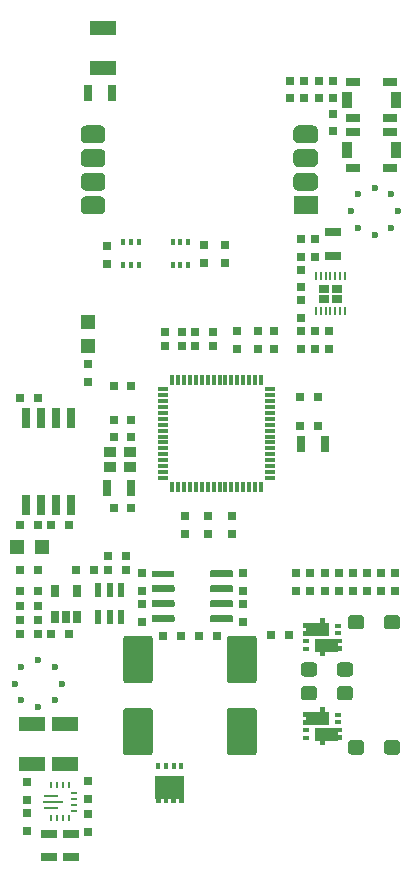
<source format=gbr>
G04 #@! TF.GenerationSoftware,KiCad,Pcbnew,(5.1.2)-1*
G04 #@! TF.CreationDate,2019-07-28T17:54:04+02:00*
G04 #@! TF.ProjectId,qqv11,71717631-312e-46b6-9963-61645f706362,rev?*
G04 #@! TF.SameCoordinates,Original*
G04 #@! TF.FileFunction,Paste,Top*
G04 #@! TF.FilePolarity,Positive*
%FSLAX46Y46*%
G04 Gerber Fmt 4.6, Leading zero omitted, Abs format (unit mm)*
G04 Created by KiCad (PCBNEW (5.1.2)-1) date 2019-07-28 17:54:04*
%MOMM*%
%LPD*%
G04 APERTURE LIST*
%ADD10R,0.900000X0.300000*%
%ADD11R,0.300000X0.900000*%
%ADD12R,2.100000X1.524000*%
%ADD13C,0.100000*%
%ADD14C,1.524000*%
%ADD15R,0.800000X0.700000*%
%ADD16C,0.600000*%
%ADD17R,0.800000X1.400000*%
%ADD18R,1.400000X0.800000*%
%ADD19R,0.700000X0.800000*%
%ADD20R,2.300000X1.200000*%
%ADD21C,2.500000*%
%ADD22C,1.220000*%
%ADD23R,0.600000X1.200000*%
%ADD24R,1.200000X1.200000*%
%ADD25C,1.105000*%
%ADD26R,0.580000X0.400000*%
%ADD27C,0.350000*%
%ADD28C,1.930000*%
%ADD29R,0.950000X1.400000*%
%ADD30R,1.150000X0.750000*%
%ADD31R,0.250000X0.700000*%
%ADD32R,0.970000X0.700000*%
%ADD33R,0.420000X0.600000*%
%ADD34R,0.650000X1.700000*%
%ADD35R,1.000000X0.900000*%
%ADD36O,0.600000X0.250000*%
%ADD37O,0.250000X0.600000*%
%ADD38O,1.350000X0.250000*%
%ADD39O,1.700000X0.250000*%
%ADD40R,1.950000X0.600000*%
%ADD41R,0.650000X1.060000*%
G04 APERTURE END LIST*
D10*
X116357143Y-88078572D03*
X116357143Y-88578572D03*
X116357143Y-89078572D03*
X116357143Y-89578572D03*
X116357143Y-90078572D03*
X116357143Y-90578572D03*
X116357143Y-91078572D03*
X116357143Y-91578572D03*
X116357143Y-92078572D03*
X116357143Y-92578572D03*
X116357143Y-93078572D03*
X116357143Y-93578572D03*
X116357143Y-94078572D03*
X116357143Y-94578572D03*
X116357143Y-95078572D03*
X116357143Y-95578572D03*
D11*
X115607143Y-96328572D03*
X115107143Y-96328572D03*
X114607143Y-96328572D03*
X114107143Y-96328572D03*
X113607143Y-96328572D03*
X113107143Y-96328572D03*
X112607143Y-96328572D03*
X112107143Y-96328572D03*
X111607143Y-96328572D03*
X111107143Y-96328572D03*
X110607143Y-96328572D03*
X110107143Y-96328572D03*
X109607143Y-96328572D03*
X109107143Y-96328572D03*
X108607143Y-96328572D03*
X108107143Y-96328572D03*
D10*
X107357143Y-95578572D03*
X107357143Y-95078572D03*
X107357143Y-94578572D03*
X107357143Y-94078572D03*
X107357143Y-93578572D03*
X107357143Y-93078572D03*
X107357143Y-92578572D03*
X107357143Y-92078572D03*
X107357143Y-91578572D03*
X107357143Y-91078572D03*
X107357143Y-90578572D03*
X107357143Y-90078572D03*
X107357143Y-89578572D03*
X107357143Y-89078572D03*
X107357143Y-88578572D03*
X107357143Y-88078572D03*
D11*
X108107143Y-87328572D03*
X108607143Y-87328572D03*
X109107143Y-87328572D03*
X109607143Y-87328572D03*
X110107143Y-87328572D03*
X110607143Y-87328572D03*
X111107143Y-87328572D03*
X111607143Y-87328572D03*
X112107143Y-87328572D03*
X112607143Y-87328572D03*
X113107143Y-87328572D03*
X113607143Y-87328572D03*
X114107143Y-87328572D03*
X114607143Y-87328572D03*
X115107143Y-87328572D03*
X115607143Y-87328572D03*
D12*
X119400000Y-72500000D03*
D13*
G36*
X120037613Y-69740202D02*
G01*
X120081995Y-69746785D01*
X120125518Y-69757687D01*
X120167763Y-69772802D01*
X120208323Y-69791986D01*
X120246807Y-69815052D01*
X120282845Y-69841780D01*
X120316089Y-69871911D01*
X120346220Y-69905155D01*
X120372948Y-69941193D01*
X120396014Y-69979677D01*
X120415198Y-70020237D01*
X120430313Y-70062482D01*
X120441215Y-70106005D01*
X120447798Y-70150387D01*
X120450000Y-70195200D01*
X120450000Y-70804800D01*
X120447798Y-70849613D01*
X120441215Y-70893995D01*
X120430313Y-70937518D01*
X120415198Y-70979763D01*
X120396014Y-71020323D01*
X120372948Y-71058807D01*
X120346220Y-71094845D01*
X120316089Y-71128089D01*
X120282845Y-71158220D01*
X120246807Y-71184948D01*
X120208323Y-71208014D01*
X120167763Y-71227198D01*
X120125518Y-71242313D01*
X120081995Y-71253215D01*
X120037613Y-71259798D01*
X119992800Y-71262000D01*
X118807200Y-71262000D01*
X118762387Y-71259798D01*
X118718005Y-71253215D01*
X118674482Y-71242313D01*
X118632237Y-71227198D01*
X118591677Y-71208014D01*
X118553193Y-71184948D01*
X118517155Y-71158220D01*
X118483911Y-71128089D01*
X118453780Y-71094845D01*
X118427052Y-71058807D01*
X118403986Y-71020323D01*
X118384802Y-70979763D01*
X118369687Y-70937518D01*
X118358785Y-70893995D01*
X118352202Y-70849613D01*
X118350000Y-70804800D01*
X118350000Y-70195200D01*
X118352202Y-70150387D01*
X118358785Y-70106005D01*
X118369687Y-70062482D01*
X118384802Y-70020237D01*
X118403986Y-69979677D01*
X118427052Y-69941193D01*
X118453780Y-69905155D01*
X118483911Y-69871911D01*
X118517155Y-69841780D01*
X118553193Y-69815052D01*
X118591677Y-69791986D01*
X118632237Y-69772802D01*
X118674482Y-69757687D01*
X118718005Y-69746785D01*
X118762387Y-69740202D01*
X118807200Y-69738000D01*
X119992800Y-69738000D01*
X120037613Y-69740202D01*
X120037613Y-69740202D01*
G37*
D14*
X119400000Y-70500000D03*
D13*
G36*
X120037613Y-67740202D02*
G01*
X120081995Y-67746785D01*
X120125518Y-67757687D01*
X120167763Y-67772802D01*
X120208323Y-67791986D01*
X120246807Y-67815052D01*
X120282845Y-67841780D01*
X120316089Y-67871911D01*
X120346220Y-67905155D01*
X120372948Y-67941193D01*
X120396014Y-67979677D01*
X120415198Y-68020237D01*
X120430313Y-68062482D01*
X120441215Y-68106005D01*
X120447798Y-68150387D01*
X120450000Y-68195200D01*
X120450000Y-68804800D01*
X120447798Y-68849613D01*
X120441215Y-68893995D01*
X120430313Y-68937518D01*
X120415198Y-68979763D01*
X120396014Y-69020323D01*
X120372948Y-69058807D01*
X120346220Y-69094845D01*
X120316089Y-69128089D01*
X120282845Y-69158220D01*
X120246807Y-69184948D01*
X120208323Y-69208014D01*
X120167763Y-69227198D01*
X120125518Y-69242313D01*
X120081995Y-69253215D01*
X120037613Y-69259798D01*
X119992800Y-69262000D01*
X118807200Y-69262000D01*
X118762387Y-69259798D01*
X118718005Y-69253215D01*
X118674482Y-69242313D01*
X118632237Y-69227198D01*
X118591677Y-69208014D01*
X118553193Y-69184948D01*
X118517155Y-69158220D01*
X118483911Y-69128089D01*
X118453780Y-69094845D01*
X118427052Y-69058807D01*
X118403986Y-69020323D01*
X118384802Y-68979763D01*
X118369687Y-68937518D01*
X118358785Y-68893995D01*
X118352202Y-68849613D01*
X118350000Y-68804800D01*
X118350000Y-68195200D01*
X118352202Y-68150387D01*
X118358785Y-68106005D01*
X118369687Y-68062482D01*
X118384802Y-68020237D01*
X118403986Y-67979677D01*
X118427052Y-67941193D01*
X118453780Y-67905155D01*
X118483911Y-67871911D01*
X118517155Y-67841780D01*
X118553193Y-67815052D01*
X118591677Y-67791986D01*
X118632237Y-67772802D01*
X118674482Y-67757687D01*
X118718005Y-67746785D01*
X118762387Y-67740202D01*
X118807200Y-67738000D01*
X119992800Y-67738000D01*
X120037613Y-67740202D01*
X120037613Y-67740202D01*
G37*
D14*
X119400000Y-68500000D03*
D13*
G36*
X120037613Y-65740202D02*
G01*
X120081995Y-65746785D01*
X120125518Y-65757687D01*
X120167763Y-65772802D01*
X120208323Y-65791986D01*
X120246807Y-65815052D01*
X120282845Y-65841780D01*
X120316089Y-65871911D01*
X120346220Y-65905155D01*
X120372948Y-65941193D01*
X120396014Y-65979677D01*
X120415198Y-66020237D01*
X120430313Y-66062482D01*
X120441215Y-66106005D01*
X120447798Y-66150387D01*
X120450000Y-66195200D01*
X120450000Y-66804800D01*
X120447798Y-66849613D01*
X120441215Y-66893995D01*
X120430313Y-66937518D01*
X120415198Y-66979763D01*
X120396014Y-67020323D01*
X120372948Y-67058807D01*
X120346220Y-67094845D01*
X120316089Y-67128089D01*
X120282845Y-67158220D01*
X120246807Y-67184948D01*
X120208323Y-67208014D01*
X120167763Y-67227198D01*
X120125518Y-67242313D01*
X120081995Y-67253215D01*
X120037613Y-67259798D01*
X119992800Y-67262000D01*
X118807200Y-67262000D01*
X118762387Y-67259798D01*
X118718005Y-67253215D01*
X118674482Y-67242313D01*
X118632237Y-67227198D01*
X118591677Y-67208014D01*
X118553193Y-67184948D01*
X118517155Y-67158220D01*
X118483911Y-67128089D01*
X118453780Y-67094845D01*
X118427052Y-67058807D01*
X118403986Y-67020323D01*
X118384802Y-66979763D01*
X118369687Y-66937518D01*
X118358785Y-66893995D01*
X118352202Y-66849613D01*
X118350000Y-66804800D01*
X118350000Y-66195200D01*
X118352202Y-66150387D01*
X118358785Y-66106005D01*
X118369687Y-66062482D01*
X118384802Y-66020237D01*
X118403986Y-65979677D01*
X118427052Y-65941193D01*
X118453780Y-65905155D01*
X118483911Y-65871911D01*
X118517155Y-65841780D01*
X118553193Y-65815052D01*
X118591677Y-65791986D01*
X118632237Y-65772802D01*
X118674482Y-65757687D01*
X118718005Y-65746785D01*
X118762387Y-65740202D01*
X118807200Y-65738000D01*
X119992800Y-65738000D01*
X120037613Y-65740202D01*
X120037613Y-65740202D01*
G37*
D14*
X119400000Y-66500000D03*
D13*
G36*
X102037613Y-65740202D02*
G01*
X102081995Y-65746785D01*
X102125518Y-65757687D01*
X102167763Y-65772802D01*
X102208323Y-65791986D01*
X102246807Y-65815052D01*
X102282845Y-65841780D01*
X102316089Y-65871911D01*
X102346220Y-65905155D01*
X102372948Y-65941193D01*
X102396014Y-65979677D01*
X102415198Y-66020237D01*
X102430313Y-66062482D01*
X102441215Y-66106005D01*
X102447798Y-66150387D01*
X102450000Y-66195200D01*
X102450000Y-66804800D01*
X102447798Y-66849613D01*
X102441215Y-66893995D01*
X102430313Y-66937518D01*
X102415198Y-66979763D01*
X102396014Y-67020323D01*
X102372948Y-67058807D01*
X102346220Y-67094845D01*
X102316089Y-67128089D01*
X102282845Y-67158220D01*
X102246807Y-67184948D01*
X102208323Y-67208014D01*
X102167763Y-67227198D01*
X102125518Y-67242313D01*
X102081995Y-67253215D01*
X102037613Y-67259798D01*
X101992800Y-67262000D01*
X100807200Y-67262000D01*
X100762387Y-67259798D01*
X100718005Y-67253215D01*
X100674482Y-67242313D01*
X100632237Y-67227198D01*
X100591677Y-67208014D01*
X100553193Y-67184948D01*
X100517155Y-67158220D01*
X100483911Y-67128089D01*
X100453780Y-67094845D01*
X100427052Y-67058807D01*
X100403986Y-67020323D01*
X100384802Y-66979763D01*
X100369687Y-66937518D01*
X100358785Y-66893995D01*
X100352202Y-66849613D01*
X100350000Y-66804800D01*
X100350000Y-66195200D01*
X100352202Y-66150387D01*
X100358785Y-66106005D01*
X100369687Y-66062482D01*
X100384802Y-66020237D01*
X100403986Y-65979677D01*
X100427052Y-65941193D01*
X100453780Y-65905155D01*
X100483911Y-65871911D01*
X100517155Y-65841780D01*
X100553193Y-65815052D01*
X100591677Y-65791986D01*
X100632237Y-65772802D01*
X100674482Y-65757687D01*
X100718005Y-65746785D01*
X100762387Y-65740202D01*
X100807200Y-65738000D01*
X101992800Y-65738000D01*
X102037613Y-65740202D01*
X102037613Y-65740202D01*
G37*
D14*
X101400000Y-66500000D03*
D13*
G36*
X102037613Y-67740202D02*
G01*
X102081995Y-67746785D01*
X102125518Y-67757687D01*
X102167763Y-67772802D01*
X102208323Y-67791986D01*
X102246807Y-67815052D01*
X102282845Y-67841780D01*
X102316089Y-67871911D01*
X102346220Y-67905155D01*
X102372948Y-67941193D01*
X102396014Y-67979677D01*
X102415198Y-68020237D01*
X102430313Y-68062482D01*
X102441215Y-68106005D01*
X102447798Y-68150387D01*
X102450000Y-68195200D01*
X102450000Y-68804800D01*
X102447798Y-68849613D01*
X102441215Y-68893995D01*
X102430313Y-68937518D01*
X102415198Y-68979763D01*
X102396014Y-69020323D01*
X102372948Y-69058807D01*
X102346220Y-69094845D01*
X102316089Y-69128089D01*
X102282845Y-69158220D01*
X102246807Y-69184948D01*
X102208323Y-69208014D01*
X102167763Y-69227198D01*
X102125518Y-69242313D01*
X102081995Y-69253215D01*
X102037613Y-69259798D01*
X101992800Y-69262000D01*
X100807200Y-69262000D01*
X100762387Y-69259798D01*
X100718005Y-69253215D01*
X100674482Y-69242313D01*
X100632237Y-69227198D01*
X100591677Y-69208014D01*
X100553193Y-69184948D01*
X100517155Y-69158220D01*
X100483911Y-69128089D01*
X100453780Y-69094845D01*
X100427052Y-69058807D01*
X100403986Y-69020323D01*
X100384802Y-68979763D01*
X100369687Y-68937518D01*
X100358785Y-68893995D01*
X100352202Y-68849613D01*
X100350000Y-68804800D01*
X100350000Y-68195200D01*
X100352202Y-68150387D01*
X100358785Y-68106005D01*
X100369687Y-68062482D01*
X100384802Y-68020237D01*
X100403986Y-67979677D01*
X100427052Y-67941193D01*
X100453780Y-67905155D01*
X100483911Y-67871911D01*
X100517155Y-67841780D01*
X100553193Y-67815052D01*
X100591677Y-67791986D01*
X100632237Y-67772802D01*
X100674482Y-67757687D01*
X100718005Y-67746785D01*
X100762387Y-67740202D01*
X100807200Y-67738000D01*
X101992800Y-67738000D01*
X102037613Y-67740202D01*
X102037613Y-67740202D01*
G37*
D14*
X101400000Y-68500000D03*
D13*
G36*
X102037613Y-69740202D02*
G01*
X102081995Y-69746785D01*
X102125518Y-69757687D01*
X102167763Y-69772802D01*
X102208323Y-69791986D01*
X102246807Y-69815052D01*
X102282845Y-69841780D01*
X102316089Y-69871911D01*
X102346220Y-69905155D01*
X102372948Y-69941193D01*
X102396014Y-69979677D01*
X102415198Y-70020237D01*
X102430313Y-70062482D01*
X102441215Y-70106005D01*
X102447798Y-70150387D01*
X102450000Y-70195200D01*
X102450000Y-70804800D01*
X102447798Y-70849613D01*
X102441215Y-70893995D01*
X102430313Y-70937518D01*
X102415198Y-70979763D01*
X102396014Y-71020323D01*
X102372948Y-71058807D01*
X102346220Y-71094845D01*
X102316089Y-71128089D01*
X102282845Y-71158220D01*
X102246807Y-71184948D01*
X102208323Y-71208014D01*
X102167763Y-71227198D01*
X102125518Y-71242313D01*
X102081995Y-71253215D01*
X102037613Y-71259798D01*
X101992800Y-71262000D01*
X100807200Y-71262000D01*
X100762387Y-71259798D01*
X100718005Y-71253215D01*
X100674482Y-71242313D01*
X100632237Y-71227198D01*
X100591677Y-71208014D01*
X100553193Y-71184948D01*
X100517155Y-71158220D01*
X100483911Y-71128089D01*
X100453780Y-71094845D01*
X100427052Y-71058807D01*
X100403986Y-71020323D01*
X100384802Y-70979763D01*
X100369687Y-70937518D01*
X100358785Y-70893995D01*
X100352202Y-70849613D01*
X100350000Y-70804800D01*
X100350000Y-70195200D01*
X100352202Y-70150387D01*
X100358785Y-70106005D01*
X100369687Y-70062482D01*
X100384802Y-70020237D01*
X100403986Y-69979677D01*
X100427052Y-69941193D01*
X100453780Y-69905155D01*
X100483911Y-69871911D01*
X100517155Y-69841780D01*
X100553193Y-69815052D01*
X100591677Y-69791986D01*
X100632237Y-69772802D01*
X100674482Y-69757687D01*
X100718005Y-69746785D01*
X100762387Y-69740202D01*
X100807200Y-69738000D01*
X101992800Y-69738000D01*
X102037613Y-69740202D01*
X102037613Y-69740202D01*
G37*
D14*
X101400000Y-70500000D03*
D13*
G36*
X102037613Y-71740202D02*
G01*
X102081995Y-71746785D01*
X102125518Y-71757687D01*
X102167763Y-71772802D01*
X102208323Y-71791986D01*
X102246807Y-71815052D01*
X102282845Y-71841780D01*
X102316089Y-71871911D01*
X102346220Y-71905155D01*
X102372948Y-71941193D01*
X102396014Y-71979677D01*
X102415198Y-72020237D01*
X102430313Y-72062482D01*
X102441215Y-72106005D01*
X102447798Y-72150387D01*
X102450000Y-72195200D01*
X102450000Y-72804800D01*
X102447798Y-72849613D01*
X102441215Y-72893995D01*
X102430313Y-72937518D01*
X102415198Y-72979763D01*
X102396014Y-73020323D01*
X102372948Y-73058807D01*
X102346220Y-73094845D01*
X102316089Y-73128089D01*
X102282845Y-73158220D01*
X102246807Y-73184948D01*
X102208323Y-73208014D01*
X102167763Y-73227198D01*
X102125518Y-73242313D01*
X102081995Y-73253215D01*
X102037613Y-73259798D01*
X101992800Y-73262000D01*
X100807200Y-73262000D01*
X100762387Y-73259798D01*
X100718005Y-73253215D01*
X100674482Y-73242313D01*
X100632237Y-73227198D01*
X100591677Y-73208014D01*
X100553193Y-73184948D01*
X100517155Y-73158220D01*
X100483911Y-73128089D01*
X100453780Y-73094845D01*
X100427052Y-73058807D01*
X100403986Y-73020323D01*
X100384802Y-72979763D01*
X100369687Y-72937518D01*
X100358785Y-72893995D01*
X100352202Y-72849613D01*
X100350000Y-72804800D01*
X100350000Y-72195200D01*
X100352202Y-72150387D01*
X100358785Y-72106005D01*
X100369687Y-72062482D01*
X100384802Y-72020237D01*
X100403986Y-71979677D01*
X100427052Y-71941193D01*
X100453780Y-71905155D01*
X100483911Y-71871911D01*
X100517155Y-71841780D01*
X100553193Y-71815052D01*
X100591677Y-71791986D01*
X100632237Y-71772802D01*
X100674482Y-71757687D01*
X100718005Y-71746785D01*
X100762387Y-71740202D01*
X100807200Y-71738000D01*
X101992800Y-71738000D01*
X102037613Y-71740202D01*
X102037613Y-71740202D01*
G37*
D14*
X101400000Y-72500000D03*
D15*
X127000000Y-103650000D03*
X127000000Y-105150000D03*
D16*
X98164214Y-111585786D03*
X98750000Y-113000000D03*
X98164214Y-114414214D03*
X96750000Y-115000000D03*
X95335786Y-114414214D03*
X94750000Y-113000000D03*
X95335786Y-111585786D03*
X96750000Y-111000000D03*
X126664214Y-71585786D03*
X127250000Y-73000000D03*
X126664214Y-74414214D03*
X125250000Y-75000000D03*
X123835786Y-74414214D03*
X123250000Y-73000000D03*
X123835786Y-71585786D03*
X125250000Y-71000000D03*
D15*
X119000000Y-84650000D03*
X119000000Y-83150000D03*
X121400000Y-83150000D03*
X121400000Y-84650000D03*
D17*
X102600000Y-96400000D03*
X104600000Y-96400000D03*
D18*
X121700000Y-76800000D03*
X121700000Y-74800000D03*
D19*
X107450000Y-84400000D03*
X108950000Y-84400000D03*
X118950000Y-88700000D03*
X120450000Y-88700000D03*
D15*
X120200000Y-76850000D03*
X120200000Y-75350000D03*
X120200000Y-83150000D03*
X120200000Y-84650000D03*
X113600000Y-83150000D03*
X113600000Y-84650000D03*
D17*
X121000000Y-92700000D03*
X119000000Y-92700000D03*
D19*
X120450000Y-91200000D03*
X118950000Y-91200000D03*
X104650000Y-87800000D03*
X103150000Y-87800000D03*
D20*
X102200000Y-60900000D03*
X102200000Y-57500000D03*
D15*
X113200000Y-98850000D03*
X113200000Y-100350000D03*
D19*
X103150000Y-90700000D03*
X104650000Y-90700000D03*
D15*
X102600000Y-77450000D03*
X102600000Y-75950000D03*
X111100000Y-98850000D03*
X111100000Y-100350000D03*
X110800000Y-75850000D03*
X110800000Y-77350000D03*
D19*
X99350000Y-99600000D03*
X97850000Y-99600000D03*
X103150000Y-92100000D03*
X104650000Y-92100000D03*
D17*
X103000000Y-63000000D03*
X101000000Y-63000000D03*
D19*
X99950000Y-103400000D03*
X101450000Y-103400000D03*
D18*
X99500000Y-127700000D03*
X99500000Y-125700000D03*
X97700000Y-125700000D03*
X97700000Y-127700000D03*
D20*
X99000000Y-116400000D03*
X99000000Y-119800000D03*
X96200000Y-119800000D03*
X96200000Y-116400000D03*
D13*
G36*
X106224504Y-108951204D02*
G01*
X106248773Y-108954804D01*
X106272571Y-108960765D01*
X106295671Y-108969030D01*
X106317849Y-108979520D01*
X106338893Y-108992133D01*
X106358598Y-109006747D01*
X106376777Y-109023223D01*
X106393253Y-109041402D01*
X106407867Y-109061107D01*
X106420480Y-109082151D01*
X106430970Y-109104329D01*
X106439235Y-109127429D01*
X106445196Y-109151227D01*
X106448796Y-109175496D01*
X106450000Y-109200000D01*
X106450000Y-112700000D01*
X106448796Y-112724504D01*
X106445196Y-112748773D01*
X106439235Y-112772571D01*
X106430970Y-112795671D01*
X106420480Y-112817849D01*
X106407867Y-112838893D01*
X106393253Y-112858598D01*
X106376777Y-112876777D01*
X106358598Y-112893253D01*
X106338893Y-112907867D01*
X106317849Y-112920480D01*
X106295671Y-112930970D01*
X106272571Y-112939235D01*
X106248773Y-112945196D01*
X106224504Y-112948796D01*
X106200000Y-112950000D01*
X104200000Y-112950000D01*
X104175496Y-112948796D01*
X104151227Y-112945196D01*
X104127429Y-112939235D01*
X104104329Y-112930970D01*
X104082151Y-112920480D01*
X104061107Y-112907867D01*
X104041402Y-112893253D01*
X104023223Y-112876777D01*
X104006747Y-112858598D01*
X103992133Y-112838893D01*
X103979520Y-112817849D01*
X103969030Y-112795671D01*
X103960765Y-112772571D01*
X103954804Y-112748773D01*
X103951204Y-112724504D01*
X103950000Y-112700000D01*
X103950000Y-109200000D01*
X103951204Y-109175496D01*
X103954804Y-109151227D01*
X103960765Y-109127429D01*
X103969030Y-109104329D01*
X103979520Y-109082151D01*
X103992133Y-109061107D01*
X104006747Y-109041402D01*
X104023223Y-109023223D01*
X104041402Y-109006747D01*
X104061107Y-108992133D01*
X104082151Y-108979520D01*
X104104329Y-108969030D01*
X104127429Y-108960765D01*
X104151227Y-108954804D01*
X104175496Y-108951204D01*
X104200000Y-108950000D01*
X106200000Y-108950000D01*
X106224504Y-108951204D01*
X106224504Y-108951204D01*
G37*
D21*
X105200000Y-110950000D03*
D13*
G36*
X106224504Y-115051204D02*
G01*
X106248773Y-115054804D01*
X106272571Y-115060765D01*
X106295671Y-115069030D01*
X106317849Y-115079520D01*
X106338893Y-115092133D01*
X106358598Y-115106747D01*
X106376777Y-115123223D01*
X106393253Y-115141402D01*
X106407867Y-115161107D01*
X106420480Y-115182151D01*
X106430970Y-115204329D01*
X106439235Y-115227429D01*
X106445196Y-115251227D01*
X106448796Y-115275496D01*
X106450000Y-115300000D01*
X106450000Y-118800000D01*
X106448796Y-118824504D01*
X106445196Y-118848773D01*
X106439235Y-118872571D01*
X106430970Y-118895671D01*
X106420480Y-118917849D01*
X106407867Y-118938893D01*
X106393253Y-118958598D01*
X106376777Y-118976777D01*
X106358598Y-118993253D01*
X106338893Y-119007867D01*
X106317849Y-119020480D01*
X106295671Y-119030970D01*
X106272571Y-119039235D01*
X106248773Y-119045196D01*
X106224504Y-119048796D01*
X106200000Y-119050000D01*
X104200000Y-119050000D01*
X104175496Y-119048796D01*
X104151227Y-119045196D01*
X104127429Y-119039235D01*
X104104329Y-119030970D01*
X104082151Y-119020480D01*
X104061107Y-119007867D01*
X104041402Y-118993253D01*
X104023223Y-118976777D01*
X104006747Y-118958598D01*
X103992133Y-118938893D01*
X103979520Y-118917849D01*
X103969030Y-118895671D01*
X103960765Y-118872571D01*
X103954804Y-118848773D01*
X103951204Y-118824504D01*
X103950000Y-118800000D01*
X103950000Y-115300000D01*
X103951204Y-115275496D01*
X103954804Y-115251227D01*
X103960765Y-115227429D01*
X103969030Y-115204329D01*
X103979520Y-115182151D01*
X103992133Y-115161107D01*
X104006747Y-115141402D01*
X104023223Y-115123223D01*
X104041402Y-115106747D01*
X104061107Y-115092133D01*
X104082151Y-115079520D01*
X104104329Y-115069030D01*
X104127429Y-115060765D01*
X104151227Y-115054804D01*
X104175496Y-115051204D01*
X104200000Y-115050000D01*
X106200000Y-115050000D01*
X106224504Y-115051204D01*
X106224504Y-115051204D01*
G37*
D21*
X105200000Y-117050000D03*
D13*
G36*
X115024504Y-115051204D02*
G01*
X115048773Y-115054804D01*
X115072571Y-115060765D01*
X115095671Y-115069030D01*
X115117849Y-115079520D01*
X115138893Y-115092133D01*
X115158598Y-115106747D01*
X115176777Y-115123223D01*
X115193253Y-115141402D01*
X115207867Y-115161107D01*
X115220480Y-115182151D01*
X115230970Y-115204329D01*
X115239235Y-115227429D01*
X115245196Y-115251227D01*
X115248796Y-115275496D01*
X115250000Y-115300000D01*
X115250000Y-118800000D01*
X115248796Y-118824504D01*
X115245196Y-118848773D01*
X115239235Y-118872571D01*
X115230970Y-118895671D01*
X115220480Y-118917849D01*
X115207867Y-118938893D01*
X115193253Y-118958598D01*
X115176777Y-118976777D01*
X115158598Y-118993253D01*
X115138893Y-119007867D01*
X115117849Y-119020480D01*
X115095671Y-119030970D01*
X115072571Y-119039235D01*
X115048773Y-119045196D01*
X115024504Y-119048796D01*
X115000000Y-119050000D01*
X113000000Y-119050000D01*
X112975496Y-119048796D01*
X112951227Y-119045196D01*
X112927429Y-119039235D01*
X112904329Y-119030970D01*
X112882151Y-119020480D01*
X112861107Y-119007867D01*
X112841402Y-118993253D01*
X112823223Y-118976777D01*
X112806747Y-118958598D01*
X112792133Y-118938893D01*
X112779520Y-118917849D01*
X112769030Y-118895671D01*
X112760765Y-118872571D01*
X112754804Y-118848773D01*
X112751204Y-118824504D01*
X112750000Y-118800000D01*
X112750000Y-115300000D01*
X112751204Y-115275496D01*
X112754804Y-115251227D01*
X112760765Y-115227429D01*
X112769030Y-115204329D01*
X112779520Y-115182151D01*
X112792133Y-115161107D01*
X112806747Y-115141402D01*
X112823223Y-115123223D01*
X112841402Y-115106747D01*
X112861107Y-115092133D01*
X112882151Y-115079520D01*
X112904329Y-115069030D01*
X112927429Y-115060765D01*
X112951227Y-115054804D01*
X112975496Y-115051204D01*
X113000000Y-115050000D01*
X115000000Y-115050000D01*
X115024504Y-115051204D01*
X115024504Y-115051204D01*
G37*
D21*
X114000000Y-117050000D03*
D13*
G36*
X115024504Y-108951204D02*
G01*
X115048773Y-108954804D01*
X115072571Y-108960765D01*
X115095671Y-108969030D01*
X115117849Y-108979520D01*
X115138893Y-108992133D01*
X115158598Y-109006747D01*
X115176777Y-109023223D01*
X115193253Y-109041402D01*
X115207867Y-109061107D01*
X115220480Y-109082151D01*
X115230970Y-109104329D01*
X115239235Y-109127429D01*
X115245196Y-109151227D01*
X115248796Y-109175496D01*
X115250000Y-109200000D01*
X115250000Y-112700000D01*
X115248796Y-112724504D01*
X115245196Y-112748773D01*
X115239235Y-112772571D01*
X115230970Y-112795671D01*
X115220480Y-112817849D01*
X115207867Y-112838893D01*
X115193253Y-112858598D01*
X115176777Y-112876777D01*
X115158598Y-112893253D01*
X115138893Y-112907867D01*
X115117849Y-112920480D01*
X115095671Y-112930970D01*
X115072571Y-112939235D01*
X115048773Y-112945196D01*
X115024504Y-112948796D01*
X115000000Y-112950000D01*
X113000000Y-112950000D01*
X112975496Y-112948796D01*
X112951227Y-112945196D01*
X112927429Y-112939235D01*
X112904329Y-112930970D01*
X112882151Y-112920480D01*
X112861107Y-112907867D01*
X112841402Y-112893253D01*
X112823223Y-112876777D01*
X112806747Y-112858598D01*
X112792133Y-112838893D01*
X112779520Y-112817849D01*
X112769030Y-112795671D01*
X112760765Y-112772571D01*
X112754804Y-112748773D01*
X112751204Y-112724504D01*
X112750000Y-112700000D01*
X112750000Y-109200000D01*
X112751204Y-109175496D01*
X112754804Y-109151227D01*
X112760765Y-109127429D01*
X112769030Y-109104329D01*
X112779520Y-109082151D01*
X112792133Y-109061107D01*
X112806747Y-109041402D01*
X112823223Y-109023223D01*
X112841402Y-109006747D01*
X112861107Y-108992133D01*
X112882151Y-108979520D01*
X112904329Y-108969030D01*
X112927429Y-108960765D01*
X112951227Y-108954804D01*
X112975496Y-108951204D01*
X113000000Y-108950000D01*
X115000000Y-108950000D01*
X115024504Y-108951204D01*
X115024504Y-108951204D01*
G37*
D21*
X114000000Y-110950000D03*
D15*
X101000000Y-122750000D03*
X101000000Y-121250000D03*
X114100000Y-105150000D03*
X114100000Y-103650000D03*
X109200000Y-100350000D03*
X109200000Y-98850000D03*
D19*
X95250000Y-108800000D03*
X96750000Y-108800000D03*
X96750000Y-107600000D03*
X95250000Y-107600000D03*
X95250000Y-106400000D03*
X96750000Y-106400000D03*
X96750000Y-105200000D03*
X95250000Y-105200000D03*
D13*
G36*
X120074895Y-113191469D02*
G01*
X120104503Y-113195860D01*
X120133537Y-113203133D01*
X120161718Y-113213217D01*
X120188776Y-113226014D01*
X120214449Y-113241402D01*
X120238490Y-113259232D01*
X120260668Y-113279332D01*
X120280768Y-113301510D01*
X120298598Y-113325551D01*
X120313986Y-113351224D01*
X120326783Y-113378282D01*
X120336867Y-113406463D01*
X120344140Y-113435497D01*
X120348531Y-113465105D01*
X120350000Y-113495000D01*
X120350000Y-114105000D01*
X120348531Y-114134895D01*
X120344140Y-114164503D01*
X120336867Y-114193537D01*
X120326783Y-114221718D01*
X120313986Y-114248776D01*
X120298598Y-114274449D01*
X120280768Y-114298490D01*
X120260668Y-114320668D01*
X120238490Y-114340768D01*
X120214449Y-114358598D01*
X120188776Y-114373986D01*
X120161718Y-114386783D01*
X120133537Y-114396867D01*
X120104503Y-114404140D01*
X120074895Y-114408531D01*
X120045000Y-114410000D01*
X119305000Y-114410000D01*
X119275105Y-114408531D01*
X119245497Y-114404140D01*
X119216463Y-114396867D01*
X119188282Y-114386783D01*
X119161224Y-114373986D01*
X119135551Y-114358598D01*
X119111510Y-114340768D01*
X119089332Y-114320668D01*
X119069232Y-114298490D01*
X119051402Y-114274449D01*
X119036014Y-114248776D01*
X119023217Y-114221718D01*
X119013133Y-114193537D01*
X119005860Y-114164503D01*
X119001469Y-114134895D01*
X119000000Y-114105000D01*
X119000000Y-113495000D01*
X119001469Y-113465105D01*
X119005860Y-113435497D01*
X119013133Y-113406463D01*
X119023217Y-113378282D01*
X119036014Y-113351224D01*
X119051402Y-113325551D01*
X119069232Y-113301510D01*
X119089332Y-113279332D01*
X119111510Y-113259232D01*
X119135551Y-113241402D01*
X119161224Y-113226014D01*
X119188282Y-113213217D01*
X119216463Y-113203133D01*
X119245497Y-113195860D01*
X119275105Y-113191469D01*
X119305000Y-113190000D01*
X120045000Y-113190000D01*
X120074895Y-113191469D01*
X120074895Y-113191469D01*
G37*
D22*
X119675000Y-113800000D03*
D13*
G36*
X123124895Y-113191469D02*
G01*
X123154503Y-113195860D01*
X123183537Y-113203133D01*
X123211718Y-113213217D01*
X123238776Y-113226014D01*
X123264449Y-113241402D01*
X123288490Y-113259232D01*
X123310668Y-113279332D01*
X123330768Y-113301510D01*
X123348598Y-113325551D01*
X123363986Y-113351224D01*
X123376783Y-113378282D01*
X123386867Y-113406463D01*
X123394140Y-113435497D01*
X123398531Y-113465105D01*
X123400000Y-113495000D01*
X123400000Y-114105000D01*
X123398531Y-114134895D01*
X123394140Y-114164503D01*
X123386867Y-114193537D01*
X123376783Y-114221718D01*
X123363986Y-114248776D01*
X123348598Y-114274449D01*
X123330768Y-114298490D01*
X123310668Y-114320668D01*
X123288490Y-114340768D01*
X123264449Y-114358598D01*
X123238776Y-114373986D01*
X123211718Y-114386783D01*
X123183537Y-114396867D01*
X123154503Y-114404140D01*
X123124895Y-114408531D01*
X123095000Y-114410000D01*
X122355000Y-114410000D01*
X122325105Y-114408531D01*
X122295497Y-114404140D01*
X122266463Y-114396867D01*
X122238282Y-114386783D01*
X122211224Y-114373986D01*
X122185551Y-114358598D01*
X122161510Y-114340768D01*
X122139332Y-114320668D01*
X122119232Y-114298490D01*
X122101402Y-114274449D01*
X122086014Y-114248776D01*
X122073217Y-114221718D01*
X122063133Y-114193537D01*
X122055860Y-114164503D01*
X122051469Y-114134895D01*
X122050000Y-114105000D01*
X122050000Y-113495000D01*
X122051469Y-113465105D01*
X122055860Y-113435497D01*
X122063133Y-113406463D01*
X122073217Y-113378282D01*
X122086014Y-113351224D01*
X122101402Y-113325551D01*
X122119232Y-113301510D01*
X122139332Y-113279332D01*
X122161510Y-113259232D01*
X122185551Y-113241402D01*
X122211224Y-113226014D01*
X122238282Y-113213217D01*
X122266463Y-113203133D01*
X122295497Y-113195860D01*
X122325105Y-113191469D01*
X122355000Y-113190000D01*
X123095000Y-113190000D01*
X123124895Y-113191469D01*
X123124895Y-113191469D01*
G37*
D22*
X122725000Y-113800000D03*
D13*
G36*
X124074895Y-117791469D02*
G01*
X124104503Y-117795860D01*
X124133537Y-117803133D01*
X124161718Y-117813217D01*
X124188776Y-117826014D01*
X124214449Y-117841402D01*
X124238490Y-117859232D01*
X124260668Y-117879332D01*
X124280768Y-117901510D01*
X124298598Y-117925551D01*
X124313986Y-117951224D01*
X124326783Y-117978282D01*
X124336867Y-118006463D01*
X124344140Y-118035497D01*
X124348531Y-118065105D01*
X124350000Y-118095000D01*
X124350000Y-118705000D01*
X124348531Y-118734895D01*
X124344140Y-118764503D01*
X124336867Y-118793537D01*
X124326783Y-118821718D01*
X124313986Y-118848776D01*
X124298598Y-118874449D01*
X124280768Y-118898490D01*
X124260668Y-118920668D01*
X124238490Y-118940768D01*
X124214449Y-118958598D01*
X124188776Y-118973986D01*
X124161718Y-118986783D01*
X124133537Y-118996867D01*
X124104503Y-119004140D01*
X124074895Y-119008531D01*
X124045000Y-119010000D01*
X123305000Y-119010000D01*
X123275105Y-119008531D01*
X123245497Y-119004140D01*
X123216463Y-118996867D01*
X123188282Y-118986783D01*
X123161224Y-118973986D01*
X123135551Y-118958598D01*
X123111510Y-118940768D01*
X123089332Y-118920668D01*
X123069232Y-118898490D01*
X123051402Y-118874449D01*
X123036014Y-118848776D01*
X123023217Y-118821718D01*
X123013133Y-118793537D01*
X123005860Y-118764503D01*
X123001469Y-118734895D01*
X123000000Y-118705000D01*
X123000000Y-118095000D01*
X123001469Y-118065105D01*
X123005860Y-118035497D01*
X123013133Y-118006463D01*
X123023217Y-117978282D01*
X123036014Y-117951224D01*
X123051402Y-117925551D01*
X123069232Y-117901510D01*
X123089332Y-117879332D01*
X123111510Y-117859232D01*
X123135551Y-117841402D01*
X123161224Y-117826014D01*
X123188282Y-117813217D01*
X123216463Y-117803133D01*
X123245497Y-117795860D01*
X123275105Y-117791469D01*
X123305000Y-117790000D01*
X124045000Y-117790000D01*
X124074895Y-117791469D01*
X124074895Y-117791469D01*
G37*
D22*
X123675000Y-118400000D03*
D13*
G36*
X127124895Y-117791469D02*
G01*
X127154503Y-117795860D01*
X127183537Y-117803133D01*
X127211718Y-117813217D01*
X127238776Y-117826014D01*
X127264449Y-117841402D01*
X127288490Y-117859232D01*
X127310668Y-117879332D01*
X127330768Y-117901510D01*
X127348598Y-117925551D01*
X127363986Y-117951224D01*
X127376783Y-117978282D01*
X127386867Y-118006463D01*
X127394140Y-118035497D01*
X127398531Y-118065105D01*
X127400000Y-118095000D01*
X127400000Y-118705000D01*
X127398531Y-118734895D01*
X127394140Y-118764503D01*
X127386867Y-118793537D01*
X127376783Y-118821718D01*
X127363986Y-118848776D01*
X127348598Y-118874449D01*
X127330768Y-118898490D01*
X127310668Y-118920668D01*
X127288490Y-118940768D01*
X127264449Y-118958598D01*
X127238776Y-118973986D01*
X127211718Y-118986783D01*
X127183537Y-118996867D01*
X127154503Y-119004140D01*
X127124895Y-119008531D01*
X127095000Y-119010000D01*
X126355000Y-119010000D01*
X126325105Y-119008531D01*
X126295497Y-119004140D01*
X126266463Y-118996867D01*
X126238282Y-118986783D01*
X126211224Y-118973986D01*
X126185551Y-118958598D01*
X126161510Y-118940768D01*
X126139332Y-118920668D01*
X126119232Y-118898490D01*
X126101402Y-118874449D01*
X126086014Y-118848776D01*
X126073217Y-118821718D01*
X126063133Y-118793537D01*
X126055860Y-118764503D01*
X126051469Y-118734895D01*
X126050000Y-118705000D01*
X126050000Y-118095000D01*
X126051469Y-118065105D01*
X126055860Y-118035497D01*
X126063133Y-118006463D01*
X126073217Y-117978282D01*
X126086014Y-117951224D01*
X126101402Y-117925551D01*
X126119232Y-117901510D01*
X126139332Y-117879332D01*
X126161510Y-117859232D01*
X126185551Y-117841402D01*
X126211224Y-117826014D01*
X126238282Y-117813217D01*
X126266463Y-117803133D01*
X126295497Y-117795860D01*
X126325105Y-117791469D01*
X126355000Y-117790000D01*
X127095000Y-117790000D01*
X127124895Y-117791469D01*
X127124895Y-117791469D01*
G37*
D22*
X126725000Y-118400000D03*
D13*
G36*
X124074895Y-107191469D02*
G01*
X124104503Y-107195860D01*
X124133537Y-107203133D01*
X124161718Y-107213217D01*
X124188776Y-107226014D01*
X124214449Y-107241402D01*
X124238490Y-107259232D01*
X124260668Y-107279332D01*
X124280768Y-107301510D01*
X124298598Y-107325551D01*
X124313986Y-107351224D01*
X124326783Y-107378282D01*
X124336867Y-107406463D01*
X124344140Y-107435497D01*
X124348531Y-107465105D01*
X124350000Y-107495000D01*
X124350000Y-108105000D01*
X124348531Y-108134895D01*
X124344140Y-108164503D01*
X124336867Y-108193537D01*
X124326783Y-108221718D01*
X124313986Y-108248776D01*
X124298598Y-108274449D01*
X124280768Y-108298490D01*
X124260668Y-108320668D01*
X124238490Y-108340768D01*
X124214449Y-108358598D01*
X124188776Y-108373986D01*
X124161718Y-108386783D01*
X124133537Y-108396867D01*
X124104503Y-108404140D01*
X124074895Y-108408531D01*
X124045000Y-108410000D01*
X123305000Y-108410000D01*
X123275105Y-108408531D01*
X123245497Y-108404140D01*
X123216463Y-108396867D01*
X123188282Y-108386783D01*
X123161224Y-108373986D01*
X123135551Y-108358598D01*
X123111510Y-108340768D01*
X123089332Y-108320668D01*
X123069232Y-108298490D01*
X123051402Y-108274449D01*
X123036014Y-108248776D01*
X123023217Y-108221718D01*
X123013133Y-108193537D01*
X123005860Y-108164503D01*
X123001469Y-108134895D01*
X123000000Y-108105000D01*
X123000000Y-107495000D01*
X123001469Y-107465105D01*
X123005860Y-107435497D01*
X123013133Y-107406463D01*
X123023217Y-107378282D01*
X123036014Y-107351224D01*
X123051402Y-107325551D01*
X123069232Y-107301510D01*
X123089332Y-107279332D01*
X123111510Y-107259232D01*
X123135551Y-107241402D01*
X123161224Y-107226014D01*
X123188282Y-107213217D01*
X123216463Y-107203133D01*
X123245497Y-107195860D01*
X123275105Y-107191469D01*
X123305000Y-107190000D01*
X124045000Y-107190000D01*
X124074895Y-107191469D01*
X124074895Y-107191469D01*
G37*
D22*
X123675000Y-107800000D03*
D13*
G36*
X127124895Y-107191469D02*
G01*
X127154503Y-107195860D01*
X127183537Y-107203133D01*
X127211718Y-107213217D01*
X127238776Y-107226014D01*
X127264449Y-107241402D01*
X127288490Y-107259232D01*
X127310668Y-107279332D01*
X127330768Y-107301510D01*
X127348598Y-107325551D01*
X127363986Y-107351224D01*
X127376783Y-107378282D01*
X127386867Y-107406463D01*
X127394140Y-107435497D01*
X127398531Y-107465105D01*
X127400000Y-107495000D01*
X127400000Y-108105000D01*
X127398531Y-108134895D01*
X127394140Y-108164503D01*
X127386867Y-108193537D01*
X127376783Y-108221718D01*
X127363986Y-108248776D01*
X127348598Y-108274449D01*
X127330768Y-108298490D01*
X127310668Y-108320668D01*
X127288490Y-108340768D01*
X127264449Y-108358598D01*
X127238776Y-108373986D01*
X127211718Y-108386783D01*
X127183537Y-108396867D01*
X127154503Y-108404140D01*
X127124895Y-108408531D01*
X127095000Y-108410000D01*
X126355000Y-108410000D01*
X126325105Y-108408531D01*
X126295497Y-108404140D01*
X126266463Y-108396867D01*
X126238282Y-108386783D01*
X126211224Y-108373986D01*
X126185551Y-108358598D01*
X126161510Y-108340768D01*
X126139332Y-108320668D01*
X126119232Y-108298490D01*
X126101402Y-108274449D01*
X126086014Y-108248776D01*
X126073217Y-108221718D01*
X126063133Y-108193537D01*
X126055860Y-108164503D01*
X126051469Y-108134895D01*
X126050000Y-108105000D01*
X126050000Y-107495000D01*
X126051469Y-107465105D01*
X126055860Y-107435497D01*
X126063133Y-107406463D01*
X126073217Y-107378282D01*
X126086014Y-107351224D01*
X126101402Y-107325551D01*
X126119232Y-107301510D01*
X126139332Y-107279332D01*
X126161510Y-107259232D01*
X126185551Y-107241402D01*
X126211224Y-107226014D01*
X126238282Y-107213217D01*
X126266463Y-107203133D01*
X126295497Y-107195860D01*
X126325105Y-107191469D01*
X126355000Y-107190000D01*
X127095000Y-107190000D01*
X127124895Y-107191469D01*
X127124895Y-107191469D01*
G37*
D22*
X126725000Y-107800000D03*
D13*
G36*
X120074895Y-111191469D02*
G01*
X120104503Y-111195860D01*
X120133537Y-111203133D01*
X120161718Y-111213217D01*
X120188776Y-111226014D01*
X120214449Y-111241402D01*
X120238490Y-111259232D01*
X120260668Y-111279332D01*
X120280768Y-111301510D01*
X120298598Y-111325551D01*
X120313986Y-111351224D01*
X120326783Y-111378282D01*
X120336867Y-111406463D01*
X120344140Y-111435497D01*
X120348531Y-111465105D01*
X120350000Y-111495000D01*
X120350000Y-112105000D01*
X120348531Y-112134895D01*
X120344140Y-112164503D01*
X120336867Y-112193537D01*
X120326783Y-112221718D01*
X120313986Y-112248776D01*
X120298598Y-112274449D01*
X120280768Y-112298490D01*
X120260668Y-112320668D01*
X120238490Y-112340768D01*
X120214449Y-112358598D01*
X120188776Y-112373986D01*
X120161718Y-112386783D01*
X120133537Y-112396867D01*
X120104503Y-112404140D01*
X120074895Y-112408531D01*
X120045000Y-112410000D01*
X119305000Y-112410000D01*
X119275105Y-112408531D01*
X119245497Y-112404140D01*
X119216463Y-112396867D01*
X119188282Y-112386783D01*
X119161224Y-112373986D01*
X119135551Y-112358598D01*
X119111510Y-112340768D01*
X119089332Y-112320668D01*
X119069232Y-112298490D01*
X119051402Y-112274449D01*
X119036014Y-112248776D01*
X119023217Y-112221718D01*
X119013133Y-112193537D01*
X119005860Y-112164503D01*
X119001469Y-112134895D01*
X119000000Y-112105000D01*
X119000000Y-111495000D01*
X119001469Y-111465105D01*
X119005860Y-111435497D01*
X119013133Y-111406463D01*
X119023217Y-111378282D01*
X119036014Y-111351224D01*
X119051402Y-111325551D01*
X119069232Y-111301510D01*
X119089332Y-111279332D01*
X119111510Y-111259232D01*
X119135551Y-111241402D01*
X119161224Y-111226014D01*
X119188282Y-111213217D01*
X119216463Y-111203133D01*
X119245497Y-111195860D01*
X119275105Y-111191469D01*
X119305000Y-111190000D01*
X120045000Y-111190000D01*
X120074895Y-111191469D01*
X120074895Y-111191469D01*
G37*
D22*
X119675000Y-111800000D03*
D13*
G36*
X123124895Y-111191469D02*
G01*
X123154503Y-111195860D01*
X123183537Y-111203133D01*
X123211718Y-111213217D01*
X123238776Y-111226014D01*
X123264449Y-111241402D01*
X123288490Y-111259232D01*
X123310668Y-111279332D01*
X123330768Y-111301510D01*
X123348598Y-111325551D01*
X123363986Y-111351224D01*
X123376783Y-111378282D01*
X123386867Y-111406463D01*
X123394140Y-111435497D01*
X123398531Y-111465105D01*
X123400000Y-111495000D01*
X123400000Y-112105000D01*
X123398531Y-112134895D01*
X123394140Y-112164503D01*
X123386867Y-112193537D01*
X123376783Y-112221718D01*
X123363986Y-112248776D01*
X123348598Y-112274449D01*
X123330768Y-112298490D01*
X123310668Y-112320668D01*
X123288490Y-112340768D01*
X123264449Y-112358598D01*
X123238776Y-112373986D01*
X123211718Y-112386783D01*
X123183537Y-112396867D01*
X123154503Y-112404140D01*
X123124895Y-112408531D01*
X123095000Y-112410000D01*
X122355000Y-112410000D01*
X122325105Y-112408531D01*
X122295497Y-112404140D01*
X122266463Y-112396867D01*
X122238282Y-112386783D01*
X122211224Y-112373986D01*
X122185551Y-112358598D01*
X122161510Y-112340768D01*
X122139332Y-112320668D01*
X122119232Y-112298490D01*
X122101402Y-112274449D01*
X122086014Y-112248776D01*
X122073217Y-112221718D01*
X122063133Y-112193537D01*
X122055860Y-112164503D01*
X122051469Y-112134895D01*
X122050000Y-112105000D01*
X122050000Y-111495000D01*
X122051469Y-111465105D01*
X122055860Y-111435497D01*
X122063133Y-111406463D01*
X122073217Y-111378282D01*
X122086014Y-111351224D01*
X122101402Y-111325551D01*
X122119232Y-111301510D01*
X122139332Y-111279332D01*
X122161510Y-111259232D01*
X122185551Y-111241402D01*
X122211224Y-111226014D01*
X122238282Y-111213217D01*
X122266463Y-111203133D01*
X122295497Y-111195860D01*
X122325105Y-111191469D01*
X122355000Y-111190000D01*
X123095000Y-111190000D01*
X123124895Y-111191469D01*
X123124895Y-111191469D01*
G37*
D22*
X122725000Y-111800000D03*
D23*
X101850000Y-107350000D03*
X102800000Y-107350000D03*
X103750000Y-107350000D03*
X103750000Y-105050000D03*
X102800000Y-105050000D03*
X101850000Y-105050000D03*
D24*
X94950000Y-101400000D03*
X97050000Y-101400000D03*
D25*
X120412500Y-115922500D03*
D13*
G36*
X119450000Y-116075000D02*
G01*
X119450000Y-115825000D01*
X119150000Y-115825000D01*
X119150000Y-115425000D01*
X119450000Y-115425000D01*
X119450000Y-115370000D01*
X120585000Y-115370000D01*
X120585000Y-115000000D01*
X121015000Y-115000000D01*
X121015000Y-115370000D01*
X121375000Y-115370000D01*
X121375000Y-116475000D01*
X119150000Y-116475000D01*
X119150000Y-116075000D01*
X119450000Y-116075000D01*
X119450000Y-116075000D01*
G37*
D26*
X119440000Y-117575000D03*
X119440000Y-116925000D03*
X122160000Y-116275000D03*
X122160000Y-115625000D03*
D25*
X121187500Y-117277500D03*
D13*
G36*
X122150000Y-117125000D02*
G01*
X122150000Y-117375000D01*
X122450000Y-117375000D01*
X122450000Y-117775000D01*
X122150000Y-117775000D01*
X122150000Y-117830000D01*
X121015000Y-117830000D01*
X121015000Y-118200000D01*
X120585000Y-118200000D01*
X120585000Y-117830000D01*
X120225000Y-117830000D01*
X120225000Y-116725000D01*
X122450000Y-116725000D01*
X122450000Y-117125000D01*
X122150000Y-117125000D01*
X122150000Y-117125000D01*
G37*
D25*
X121175000Y-109755000D03*
D13*
G36*
X122137500Y-109602500D02*
G01*
X122137500Y-109852500D01*
X122437500Y-109852500D01*
X122437500Y-110252500D01*
X122137500Y-110252500D01*
X122137500Y-110307500D01*
X121002500Y-110307500D01*
X121002500Y-110677500D01*
X120572500Y-110677500D01*
X120572500Y-110307500D01*
X120212500Y-110307500D01*
X120212500Y-109202500D01*
X122437500Y-109202500D01*
X122437500Y-109602500D01*
X122137500Y-109602500D01*
X122137500Y-109602500D01*
G37*
D26*
X122147500Y-108102500D03*
X122147500Y-108752500D03*
X119427500Y-109402500D03*
X119427500Y-110052500D03*
D25*
X120400000Y-108400000D03*
D13*
G36*
X119437500Y-108552500D02*
G01*
X119437500Y-108302500D01*
X119137500Y-108302500D01*
X119137500Y-107902500D01*
X119437500Y-107902500D01*
X119437500Y-107847500D01*
X120572500Y-107847500D01*
X120572500Y-107477500D01*
X121002500Y-107477500D01*
X121002500Y-107847500D01*
X121362500Y-107847500D01*
X121362500Y-108952500D01*
X119137500Y-108952500D01*
X119137500Y-108552500D01*
X119437500Y-108552500D01*
X119437500Y-108552500D01*
G37*
G36*
X107021076Y-119700421D02*
G01*
X107029570Y-119701681D01*
X107037900Y-119703768D01*
X107045985Y-119706661D01*
X107053747Y-119710332D01*
X107061112Y-119714746D01*
X107068009Y-119719862D01*
X107074372Y-119725628D01*
X107080138Y-119731991D01*
X107085254Y-119738888D01*
X107089668Y-119746253D01*
X107093339Y-119754015D01*
X107096232Y-119762100D01*
X107098319Y-119770430D01*
X107099579Y-119778924D01*
X107100000Y-119787500D01*
X107100000Y-120162500D01*
X107099579Y-120171076D01*
X107098319Y-120179570D01*
X107096232Y-120187900D01*
X107093339Y-120195985D01*
X107089668Y-120203747D01*
X107085254Y-120211112D01*
X107080138Y-120218009D01*
X107074372Y-120224372D01*
X107068009Y-120230138D01*
X107061112Y-120235254D01*
X107053747Y-120239668D01*
X107045985Y-120243339D01*
X107037900Y-120246232D01*
X107029570Y-120248319D01*
X107021076Y-120249579D01*
X107012500Y-120250000D01*
X106837500Y-120250000D01*
X106828924Y-120249579D01*
X106820430Y-120248319D01*
X106812100Y-120246232D01*
X106804015Y-120243339D01*
X106796253Y-120239668D01*
X106788888Y-120235254D01*
X106781991Y-120230138D01*
X106775628Y-120224372D01*
X106769862Y-120218009D01*
X106764746Y-120211112D01*
X106760332Y-120203747D01*
X106756661Y-120195985D01*
X106753768Y-120187900D01*
X106751681Y-120179570D01*
X106750421Y-120171076D01*
X106750000Y-120162500D01*
X106750000Y-119787500D01*
X106750421Y-119778924D01*
X106751681Y-119770430D01*
X106753768Y-119762100D01*
X106756661Y-119754015D01*
X106760332Y-119746253D01*
X106764746Y-119738888D01*
X106769862Y-119731991D01*
X106775628Y-119725628D01*
X106781991Y-119719862D01*
X106788888Y-119714746D01*
X106796253Y-119710332D01*
X106804015Y-119706661D01*
X106812100Y-119703768D01*
X106820430Y-119701681D01*
X106828924Y-119700421D01*
X106837500Y-119700000D01*
X107012500Y-119700000D01*
X107021076Y-119700421D01*
X107021076Y-119700421D01*
G37*
D27*
X106925000Y-119975000D03*
D13*
G36*
X107671076Y-119700421D02*
G01*
X107679570Y-119701681D01*
X107687900Y-119703768D01*
X107695985Y-119706661D01*
X107703747Y-119710332D01*
X107711112Y-119714746D01*
X107718009Y-119719862D01*
X107724372Y-119725628D01*
X107730138Y-119731991D01*
X107735254Y-119738888D01*
X107739668Y-119746253D01*
X107743339Y-119754015D01*
X107746232Y-119762100D01*
X107748319Y-119770430D01*
X107749579Y-119778924D01*
X107750000Y-119787500D01*
X107750000Y-120162500D01*
X107749579Y-120171076D01*
X107748319Y-120179570D01*
X107746232Y-120187900D01*
X107743339Y-120195985D01*
X107739668Y-120203747D01*
X107735254Y-120211112D01*
X107730138Y-120218009D01*
X107724372Y-120224372D01*
X107718009Y-120230138D01*
X107711112Y-120235254D01*
X107703747Y-120239668D01*
X107695985Y-120243339D01*
X107687900Y-120246232D01*
X107679570Y-120248319D01*
X107671076Y-120249579D01*
X107662500Y-120250000D01*
X107487500Y-120250000D01*
X107478924Y-120249579D01*
X107470430Y-120248319D01*
X107462100Y-120246232D01*
X107454015Y-120243339D01*
X107446253Y-120239668D01*
X107438888Y-120235254D01*
X107431991Y-120230138D01*
X107425628Y-120224372D01*
X107419862Y-120218009D01*
X107414746Y-120211112D01*
X107410332Y-120203747D01*
X107406661Y-120195985D01*
X107403768Y-120187900D01*
X107401681Y-120179570D01*
X107400421Y-120171076D01*
X107400000Y-120162500D01*
X107400000Y-119787500D01*
X107400421Y-119778924D01*
X107401681Y-119770430D01*
X107403768Y-119762100D01*
X107406661Y-119754015D01*
X107410332Y-119746253D01*
X107414746Y-119738888D01*
X107419862Y-119731991D01*
X107425628Y-119725628D01*
X107431991Y-119719862D01*
X107438888Y-119714746D01*
X107446253Y-119710332D01*
X107454015Y-119706661D01*
X107462100Y-119703768D01*
X107470430Y-119701681D01*
X107478924Y-119700421D01*
X107487500Y-119700000D01*
X107662500Y-119700000D01*
X107671076Y-119700421D01*
X107671076Y-119700421D01*
G37*
D27*
X107575000Y-119975000D03*
D13*
G36*
X108321076Y-119700421D02*
G01*
X108329570Y-119701681D01*
X108337900Y-119703768D01*
X108345985Y-119706661D01*
X108353747Y-119710332D01*
X108361112Y-119714746D01*
X108368009Y-119719862D01*
X108374372Y-119725628D01*
X108380138Y-119731991D01*
X108385254Y-119738888D01*
X108389668Y-119746253D01*
X108393339Y-119754015D01*
X108396232Y-119762100D01*
X108398319Y-119770430D01*
X108399579Y-119778924D01*
X108400000Y-119787500D01*
X108400000Y-120162500D01*
X108399579Y-120171076D01*
X108398319Y-120179570D01*
X108396232Y-120187900D01*
X108393339Y-120195985D01*
X108389668Y-120203747D01*
X108385254Y-120211112D01*
X108380138Y-120218009D01*
X108374372Y-120224372D01*
X108368009Y-120230138D01*
X108361112Y-120235254D01*
X108353747Y-120239668D01*
X108345985Y-120243339D01*
X108337900Y-120246232D01*
X108329570Y-120248319D01*
X108321076Y-120249579D01*
X108312500Y-120250000D01*
X108137500Y-120250000D01*
X108128924Y-120249579D01*
X108120430Y-120248319D01*
X108112100Y-120246232D01*
X108104015Y-120243339D01*
X108096253Y-120239668D01*
X108088888Y-120235254D01*
X108081991Y-120230138D01*
X108075628Y-120224372D01*
X108069862Y-120218009D01*
X108064746Y-120211112D01*
X108060332Y-120203747D01*
X108056661Y-120195985D01*
X108053768Y-120187900D01*
X108051681Y-120179570D01*
X108050421Y-120171076D01*
X108050000Y-120162500D01*
X108050000Y-119787500D01*
X108050421Y-119778924D01*
X108051681Y-119770430D01*
X108053768Y-119762100D01*
X108056661Y-119754015D01*
X108060332Y-119746253D01*
X108064746Y-119738888D01*
X108069862Y-119731991D01*
X108075628Y-119725628D01*
X108081991Y-119719862D01*
X108088888Y-119714746D01*
X108096253Y-119710332D01*
X108104015Y-119706661D01*
X108112100Y-119703768D01*
X108120430Y-119701681D01*
X108128924Y-119700421D01*
X108137500Y-119700000D01*
X108312500Y-119700000D01*
X108321076Y-119700421D01*
X108321076Y-119700421D01*
G37*
D27*
X108225000Y-119975000D03*
D13*
G36*
X108971076Y-119700421D02*
G01*
X108979570Y-119701681D01*
X108987900Y-119703768D01*
X108995985Y-119706661D01*
X109003747Y-119710332D01*
X109011112Y-119714746D01*
X109018009Y-119719862D01*
X109024372Y-119725628D01*
X109030138Y-119731991D01*
X109035254Y-119738888D01*
X109039668Y-119746253D01*
X109043339Y-119754015D01*
X109046232Y-119762100D01*
X109048319Y-119770430D01*
X109049579Y-119778924D01*
X109050000Y-119787500D01*
X109050000Y-120162500D01*
X109049579Y-120171076D01*
X109048319Y-120179570D01*
X109046232Y-120187900D01*
X109043339Y-120195985D01*
X109039668Y-120203747D01*
X109035254Y-120211112D01*
X109030138Y-120218009D01*
X109024372Y-120224372D01*
X109018009Y-120230138D01*
X109011112Y-120235254D01*
X109003747Y-120239668D01*
X108995985Y-120243339D01*
X108987900Y-120246232D01*
X108979570Y-120248319D01*
X108971076Y-120249579D01*
X108962500Y-120250000D01*
X108787500Y-120250000D01*
X108778924Y-120249579D01*
X108770430Y-120248319D01*
X108762100Y-120246232D01*
X108754015Y-120243339D01*
X108746253Y-120239668D01*
X108738888Y-120235254D01*
X108731991Y-120230138D01*
X108725628Y-120224372D01*
X108719862Y-120218009D01*
X108714746Y-120211112D01*
X108710332Y-120203747D01*
X108706661Y-120195985D01*
X108703768Y-120187900D01*
X108701681Y-120179570D01*
X108700421Y-120171076D01*
X108700000Y-120162500D01*
X108700000Y-119787500D01*
X108700421Y-119778924D01*
X108701681Y-119770430D01*
X108703768Y-119762100D01*
X108706661Y-119754015D01*
X108710332Y-119746253D01*
X108714746Y-119738888D01*
X108719862Y-119731991D01*
X108725628Y-119725628D01*
X108731991Y-119719862D01*
X108738888Y-119714746D01*
X108746253Y-119710332D01*
X108754015Y-119706661D01*
X108762100Y-119703768D01*
X108770430Y-119701681D01*
X108778924Y-119700421D01*
X108787500Y-119700000D01*
X108962500Y-119700000D01*
X108971076Y-119700421D01*
X108971076Y-119700421D01*
G37*
D27*
X108875000Y-119975000D03*
D28*
X107900000Y-121785000D03*
D13*
G36*
X108675000Y-122750000D02*
G01*
X108425000Y-122750000D01*
X108425000Y-123100000D01*
X108025000Y-123100000D01*
X108025000Y-122750000D01*
X107775000Y-122750000D01*
X107775000Y-123100000D01*
X107375000Y-123100000D01*
X107375000Y-122750000D01*
X107125000Y-122750000D01*
X107125000Y-123100000D01*
X106725000Y-123100000D01*
X106725000Y-122750000D01*
X106675000Y-122750000D01*
X106675000Y-120820000D01*
X109125000Y-120820000D01*
X109125000Y-122750000D01*
X109075000Y-122750000D01*
X109075000Y-123100000D01*
X108675000Y-123100000D01*
X108675000Y-122750000D01*
X108675000Y-122750000D01*
G37*
D15*
X119000000Y-77950000D03*
X119000000Y-79450000D03*
X119000000Y-80550000D03*
X119000000Y-82050000D03*
D19*
X107450000Y-83200000D03*
X108950000Y-83200000D03*
X111550000Y-83200000D03*
X110050000Y-83200000D03*
D15*
X119000000Y-75350000D03*
X119000000Y-76850000D03*
D19*
X110050000Y-84400000D03*
X111550000Y-84400000D03*
D15*
X125800000Y-105150000D03*
X125800000Y-103650000D03*
X121000000Y-103650000D03*
X121000000Y-105150000D03*
X122200000Y-105150000D03*
X122200000Y-103650000D03*
X118600000Y-105150000D03*
X118600000Y-103650000D03*
X121700000Y-61950000D03*
X121700000Y-63450000D03*
X121700000Y-64750000D03*
X121700000Y-66250000D03*
X123400000Y-103650000D03*
X123400000Y-105150000D03*
X119800000Y-103650000D03*
X119800000Y-105150000D03*
X124600000Y-105150000D03*
X124600000Y-103650000D03*
D19*
X96750000Y-103400000D03*
X95250000Y-103400000D03*
D15*
X101000000Y-87450000D03*
X101000000Y-85950000D03*
X118100000Y-61950000D03*
X118100000Y-63450000D03*
X119300000Y-63450000D03*
X119300000Y-61950000D03*
X120500000Y-61950000D03*
X120500000Y-63450000D03*
D19*
X103150000Y-98100000D03*
X104650000Y-98100000D03*
X95250000Y-99600000D03*
X96750000Y-99600000D03*
X96750000Y-88800000D03*
X95250000Y-88800000D03*
X104150000Y-103400000D03*
X102650000Y-103400000D03*
X102650000Y-102200000D03*
X104150000Y-102200000D03*
D15*
X101000000Y-124050000D03*
X101000000Y-125550000D03*
D19*
X107350000Y-109000000D03*
X108850000Y-109000000D03*
D15*
X105500000Y-105150000D03*
X105500000Y-103650000D03*
X114100000Y-107750000D03*
X114100000Y-106250000D03*
D19*
X111850000Y-109000000D03*
X110350000Y-109000000D03*
D15*
X105500000Y-106250000D03*
X105500000Y-107750000D03*
X112600000Y-75850000D03*
X112600000Y-77350000D03*
X116700000Y-84650000D03*
X116700000Y-83150000D03*
X115400000Y-83150000D03*
X115400000Y-84650000D03*
D19*
X99350000Y-108800000D03*
X97850000Y-108800000D03*
D29*
X127075000Y-63600000D03*
X122925000Y-63600000D03*
D30*
X126575000Y-65125000D03*
X126575000Y-62075000D03*
X123425000Y-62075000D03*
X123425000Y-65125000D03*
X123425000Y-69325000D03*
X123425000Y-66275000D03*
X126575000Y-66275000D03*
X126575000Y-69325000D03*
D29*
X122925000Y-67800000D03*
X127075000Y-67800000D03*
D19*
X117950000Y-108900000D03*
X116450000Y-108900000D03*
D31*
X120300000Y-78525000D03*
X120700000Y-78525000D03*
X121100000Y-78525000D03*
X121500000Y-78525000D03*
X121900000Y-78525000D03*
X122300000Y-78525000D03*
X122300000Y-81475000D03*
X121900000Y-81475000D03*
X121500000Y-81475000D03*
X121100000Y-81475000D03*
X120700000Y-81475000D03*
X120300000Y-81475000D03*
X122700000Y-81475000D03*
X122700000Y-78525000D03*
D32*
X122087500Y-80445000D03*
X122087500Y-79550000D03*
X120912500Y-79550000D03*
X120912500Y-80445000D03*
D33*
X103950000Y-75650000D03*
X104600000Y-75650000D03*
X105250000Y-75650000D03*
X103950000Y-77550000D03*
X104600000Y-77550000D03*
X105250000Y-77550000D03*
X109450000Y-77550000D03*
X108800000Y-77550000D03*
X108150000Y-77550000D03*
X109450000Y-75650000D03*
X108800000Y-75650000D03*
X108150000Y-75650000D03*
D34*
X99505000Y-90550000D03*
X98235000Y-90550000D03*
X96965000Y-90550000D03*
X95695000Y-90550000D03*
X95695000Y-97850000D03*
X96965000Y-97850000D03*
X98235000Y-97850000D03*
X99505000Y-97850000D03*
D35*
X102875000Y-94625000D03*
X104500000Y-94625000D03*
X104500000Y-93400000D03*
X102875000Y-93400000D03*
D36*
X99750000Y-123750000D03*
X99750000Y-123250000D03*
X99750000Y-122750000D03*
X99750000Y-122250000D03*
D37*
X99325000Y-121600000D03*
X98825000Y-121600000D03*
X98325000Y-121600000D03*
X97825000Y-121600000D03*
D38*
X97825000Y-122500000D03*
D39*
X98000000Y-123000000D03*
D38*
X97825000Y-123500000D03*
D37*
X97825000Y-124400000D03*
X98325000Y-124400000D03*
X98825000Y-124400000D03*
X99325000Y-124400000D03*
D40*
X107325000Y-103695000D03*
D13*
G36*
X108164703Y-104665722D02*
G01*
X108179264Y-104667882D01*
X108193543Y-104671459D01*
X108207403Y-104676418D01*
X108220710Y-104682712D01*
X108233336Y-104690280D01*
X108245159Y-104699048D01*
X108256066Y-104708934D01*
X108265952Y-104719841D01*
X108274720Y-104731664D01*
X108282288Y-104744290D01*
X108288582Y-104757597D01*
X108293541Y-104771457D01*
X108297118Y-104785736D01*
X108299278Y-104800297D01*
X108300000Y-104815000D01*
X108300000Y-105115000D01*
X108299278Y-105129703D01*
X108297118Y-105144264D01*
X108293541Y-105158543D01*
X108288582Y-105172403D01*
X108282288Y-105185710D01*
X108274720Y-105198336D01*
X108265952Y-105210159D01*
X108256066Y-105221066D01*
X108245159Y-105230952D01*
X108233336Y-105239720D01*
X108220710Y-105247288D01*
X108207403Y-105253582D01*
X108193543Y-105258541D01*
X108179264Y-105262118D01*
X108164703Y-105264278D01*
X108150000Y-105265000D01*
X106500000Y-105265000D01*
X106485297Y-105264278D01*
X106470736Y-105262118D01*
X106456457Y-105258541D01*
X106442597Y-105253582D01*
X106429290Y-105247288D01*
X106416664Y-105239720D01*
X106404841Y-105230952D01*
X106393934Y-105221066D01*
X106384048Y-105210159D01*
X106375280Y-105198336D01*
X106367712Y-105185710D01*
X106361418Y-105172403D01*
X106356459Y-105158543D01*
X106352882Y-105144264D01*
X106350722Y-105129703D01*
X106350000Y-105115000D01*
X106350000Y-104815000D01*
X106350722Y-104800297D01*
X106352882Y-104785736D01*
X106356459Y-104771457D01*
X106361418Y-104757597D01*
X106367712Y-104744290D01*
X106375280Y-104731664D01*
X106384048Y-104719841D01*
X106393934Y-104708934D01*
X106404841Y-104699048D01*
X106416664Y-104690280D01*
X106429290Y-104682712D01*
X106442597Y-104676418D01*
X106456457Y-104671459D01*
X106470736Y-104667882D01*
X106485297Y-104665722D01*
X106500000Y-104665000D01*
X108150000Y-104665000D01*
X108164703Y-104665722D01*
X108164703Y-104665722D01*
G37*
D16*
X107325000Y-104965000D03*
D13*
G36*
X108164703Y-105935722D02*
G01*
X108179264Y-105937882D01*
X108193543Y-105941459D01*
X108207403Y-105946418D01*
X108220710Y-105952712D01*
X108233336Y-105960280D01*
X108245159Y-105969048D01*
X108256066Y-105978934D01*
X108265952Y-105989841D01*
X108274720Y-106001664D01*
X108282288Y-106014290D01*
X108288582Y-106027597D01*
X108293541Y-106041457D01*
X108297118Y-106055736D01*
X108299278Y-106070297D01*
X108300000Y-106085000D01*
X108300000Y-106385000D01*
X108299278Y-106399703D01*
X108297118Y-106414264D01*
X108293541Y-106428543D01*
X108288582Y-106442403D01*
X108282288Y-106455710D01*
X108274720Y-106468336D01*
X108265952Y-106480159D01*
X108256066Y-106491066D01*
X108245159Y-106500952D01*
X108233336Y-106509720D01*
X108220710Y-106517288D01*
X108207403Y-106523582D01*
X108193543Y-106528541D01*
X108179264Y-106532118D01*
X108164703Y-106534278D01*
X108150000Y-106535000D01*
X106500000Y-106535000D01*
X106485297Y-106534278D01*
X106470736Y-106532118D01*
X106456457Y-106528541D01*
X106442597Y-106523582D01*
X106429290Y-106517288D01*
X106416664Y-106509720D01*
X106404841Y-106500952D01*
X106393934Y-106491066D01*
X106384048Y-106480159D01*
X106375280Y-106468336D01*
X106367712Y-106455710D01*
X106361418Y-106442403D01*
X106356459Y-106428543D01*
X106352882Y-106414264D01*
X106350722Y-106399703D01*
X106350000Y-106385000D01*
X106350000Y-106085000D01*
X106350722Y-106070297D01*
X106352882Y-106055736D01*
X106356459Y-106041457D01*
X106361418Y-106027597D01*
X106367712Y-106014290D01*
X106375280Y-106001664D01*
X106384048Y-105989841D01*
X106393934Y-105978934D01*
X106404841Y-105969048D01*
X106416664Y-105960280D01*
X106429290Y-105952712D01*
X106442597Y-105946418D01*
X106456457Y-105941459D01*
X106470736Y-105937882D01*
X106485297Y-105935722D01*
X106500000Y-105935000D01*
X108150000Y-105935000D01*
X108164703Y-105935722D01*
X108164703Y-105935722D01*
G37*
D16*
X107325000Y-106235000D03*
D13*
G36*
X108164703Y-107205722D02*
G01*
X108179264Y-107207882D01*
X108193543Y-107211459D01*
X108207403Y-107216418D01*
X108220710Y-107222712D01*
X108233336Y-107230280D01*
X108245159Y-107239048D01*
X108256066Y-107248934D01*
X108265952Y-107259841D01*
X108274720Y-107271664D01*
X108282288Y-107284290D01*
X108288582Y-107297597D01*
X108293541Y-107311457D01*
X108297118Y-107325736D01*
X108299278Y-107340297D01*
X108300000Y-107355000D01*
X108300000Y-107655000D01*
X108299278Y-107669703D01*
X108297118Y-107684264D01*
X108293541Y-107698543D01*
X108288582Y-107712403D01*
X108282288Y-107725710D01*
X108274720Y-107738336D01*
X108265952Y-107750159D01*
X108256066Y-107761066D01*
X108245159Y-107770952D01*
X108233336Y-107779720D01*
X108220710Y-107787288D01*
X108207403Y-107793582D01*
X108193543Y-107798541D01*
X108179264Y-107802118D01*
X108164703Y-107804278D01*
X108150000Y-107805000D01*
X106500000Y-107805000D01*
X106485297Y-107804278D01*
X106470736Y-107802118D01*
X106456457Y-107798541D01*
X106442597Y-107793582D01*
X106429290Y-107787288D01*
X106416664Y-107779720D01*
X106404841Y-107770952D01*
X106393934Y-107761066D01*
X106384048Y-107750159D01*
X106375280Y-107738336D01*
X106367712Y-107725710D01*
X106361418Y-107712403D01*
X106356459Y-107698543D01*
X106352882Y-107684264D01*
X106350722Y-107669703D01*
X106350000Y-107655000D01*
X106350000Y-107355000D01*
X106350722Y-107340297D01*
X106352882Y-107325736D01*
X106356459Y-107311457D01*
X106361418Y-107297597D01*
X106367712Y-107284290D01*
X106375280Y-107271664D01*
X106384048Y-107259841D01*
X106393934Y-107248934D01*
X106404841Y-107239048D01*
X106416664Y-107230280D01*
X106429290Y-107222712D01*
X106442597Y-107216418D01*
X106456457Y-107211459D01*
X106470736Y-107207882D01*
X106485297Y-107205722D01*
X106500000Y-107205000D01*
X108150000Y-107205000D01*
X108164703Y-107205722D01*
X108164703Y-107205722D01*
G37*
D16*
X107325000Y-107505000D03*
D13*
G36*
X113114703Y-107205722D02*
G01*
X113129264Y-107207882D01*
X113143543Y-107211459D01*
X113157403Y-107216418D01*
X113170710Y-107222712D01*
X113183336Y-107230280D01*
X113195159Y-107239048D01*
X113206066Y-107248934D01*
X113215952Y-107259841D01*
X113224720Y-107271664D01*
X113232288Y-107284290D01*
X113238582Y-107297597D01*
X113243541Y-107311457D01*
X113247118Y-107325736D01*
X113249278Y-107340297D01*
X113250000Y-107355000D01*
X113250000Y-107655000D01*
X113249278Y-107669703D01*
X113247118Y-107684264D01*
X113243541Y-107698543D01*
X113238582Y-107712403D01*
X113232288Y-107725710D01*
X113224720Y-107738336D01*
X113215952Y-107750159D01*
X113206066Y-107761066D01*
X113195159Y-107770952D01*
X113183336Y-107779720D01*
X113170710Y-107787288D01*
X113157403Y-107793582D01*
X113143543Y-107798541D01*
X113129264Y-107802118D01*
X113114703Y-107804278D01*
X113100000Y-107805000D01*
X111450000Y-107805000D01*
X111435297Y-107804278D01*
X111420736Y-107802118D01*
X111406457Y-107798541D01*
X111392597Y-107793582D01*
X111379290Y-107787288D01*
X111366664Y-107779720D01*
X111354841Y-107770952D01*
X111343934Y-107761066D01*
X111334048Y-107750159D01*
X111325280Y-107738336D01*
X111317712Y-107725710D01*
X111311418Y-107712403D01*
X111306459Y-107698543D01*
X111302882Y-107684264D01*
X111300722Y-107669703D01*
X111300000Y-107655000D01*
X111300000Y-107355000D01*
X111300722Y-107340297D01*
X111302882Y-107325736D01*
X111306459Y-107311457D01*
X111311418Y-107297597D01*
X111317712Y-107284290D01*
X111325280Y-107271664D01*
X111334048Y-107259841D01*
X111343934Y-107248934D01*
X111354841Y-107239048D01*
X111366664Y-107230280D01*
X111379290Y-107222712D01*
X111392597Y-107216418D01*
X111406457Y-107211459D01*
X111420736Y-107207882D01*
X111435297Y-107205722D01*
X111450000Y-107205000D01*
X113100000Y-107205000D01*
X113114703Y-107205722D01*
X113114703Y-107205722D01*
G37*
D16*
X112275000Y-107505000D03*
D13*
G36*
X113114703Y-105935722D02*
G01*
X113129264Y-105937882D01*
X113143543Y-105941459D01*
X113157403Y-105946418D01*
X113170710Y-105952712D01*
X113183336Y-105960280D01*
X113195159Y-105969048D01*
X113206066Y-105978934D01*
X113215952Y-105989841D01*
X113224720Y-106001664D01*
X113232288Y-106014290D01*
X113238582Y-106027597D01*
X113243541Y-106041457D01*
X113247118Y-106055736D01*
X113249278Y-106070297D01*
X113250000Y-106085000D01*
X113250000Y-106385000D01*
X113249278Y-106399703D01*
X113247118Y-106414264D01*
X113243541Y-106428543D01*
X113238582Y-106442403D01*
X113232288Y-106455710D01*
X113224720Y-106468336D01*
X113215952Y-106480159D01*
X113206066Y-106491066D01*
X113195159Y-106500952D01*
X113183336Y-106509720D01*
X113170710Y-106517288D01*
X113157403Y-106523582D01*
X113143543Y-106528541D01*
X113129264Y-106532118D01*
X113114703Y-106534278D01*
X113100000Y-106535000D01*
X111450000Y-106535000D01*
X111435297Y-106534278D01*
X111420736Y-106532118D01*
X111406457Y-106528541D01*
X111392597Y-106523582D01*
X111379290Y-106517288D01*
X111366664Y-106509720D01*
X111354841Y-106500952D01*
X111343934Y-106491066D01*
X111334048Y-106480159D01*
X111325280Y-106468336D01*
X111317712Y-106455710D01*
X111311418Y-106442403D01*
X111306459Y-106428543D01*
X111302882Y-106414264D01*
X111300722Y-106399703D01*
X111300000Y-106385000D01*
X111300000Y-106085000D01*
X111300722Y-106070297D01*
X111302882Y-106055736D01*
X111306459Y-106041457D01*
X111311418Y-106027597D01*
X111317712Y-106014290D01*
X111325280Y-106001664D01*
X111334048Y-105989841D01*
X111343934Y-105978934D01*
X111354841Y-105969048D01*
X111366664Y-105960280D01*
X111379290Y-105952712D01*
X111392597Y-105946418D01*
X111406457Y-105941459D01*
X111420736Y-105937882D01*
X111435297Y-105935722D01*
X111450000Y-105935000D01*
X113100000Y-105935000D01*
X113114703Y-105935722D01*
X113114703Y-105935722D01*
G37*
D16*
X112275000Y-106235000D03*
D13*
G36*
X113114703Y-104665722D02*
G01*
X113129264Y-104667882D01*
X113143543Y-104671459D01*
X113157403Y-104676418D01*
X113170710Y-104682712D01*
X113183336Y-104690280D01*
X113195159Y-104699048D01*
X113206066Y-104708934D01*
X113215952Y-104719841D01*
X113224720Y-104731664D01*
X113232288Y-104744290D01*
X113238582Y-104757597D01*
X113243541Y-104771457D01*
X113247118Y-104785736D01*
X113249278Y-104800297D01*
X113250000Y-104815000D01*
X113250000Y-105115000D01*
X113249278Y-105129703D01*
X113247118Y-105144264D01*
X113243541Y-105158543D01*
X113238582Y-105172403D01*
X113232288Y-105185710D01*
X113224720Y-105198336D01*
X113215952Y-105210159D01*
X113206066Y-105221066D01*
X113195159Y-105230952D01*
X113183336Y-105239720D01*
X113170710Y-105247288D01*
X113157403Y-105253582D01*
X113143543Y-105258541D01*
X113129264Y-105262118D01*
X113114703Y-105264278D01*
X113100000Y-105265000D01*
X111450000Y-105265000D01*
X111435297Y-105264278D01*
X111420736Y-105262118D01*
X111406457Y-105258541D01*
X111392597Y-105253582D01*
X111379290Y-105247288D01*
X111366664Y-105239720D01*
X111354841Y-105230952D01*
X111343934Y-105221066D01*
X111334048Y-105210159D01*
X111325280Y-105198336D01*
X111317712Y-105185710D01*
X111311418Y-105172403D01*
X111306459Y-105158543D01*
X111302882Y-105144264D01*
X111300722Y-105129703D01*
X111300000Y-105115000D01*
X111300000Y-104815000D01*
X111300722Y-104800297D01*
X111302882Y-104785736D01*
X111306459Y-104771457D01*
X111311418Y-104757597D01*
X111317712Y-104744290D01*
X111325280Y-104731664D01*
X111334048Y-104719841D01*
X111343934Y-104708934D01*
X111354841Y-104699048D01*
X111366664Y-104690280D01*
X111379290Y-104682712D01*
X111392597Y-104676418D01*
X111406457Y-104671459D01*
X111420736Y-104667882D01*
X111435297Y-104665722D01*
X111450000Y-104665000D01*
X113100000Y-104665000D01*
X113114703Y-104665722D01*
X113114703Y-104665722D01*
G37*
D16*
X112275000Y-104965000D03*
D13*
G36*
X113114703Y-103395722D02*
G01*
X113129264Y-103397882D01*
X113143543Y-103401459D01*
X113157403Y-103406418D01*
X113170710Y-103412712D01*
X113183336Y-103420280D01*
X113195159Y-103429048D01*
X113206066Y-103438934D01*
X113215952Y-103449841D01*
X113224720Y-103461664D01*
X113232288Y-103474290D01*
X113238582Y-103487597D01*
X113243541Y-103501457D01*
X113247118Y-103515736D01*
X113249278Y-103530297D01*
X113250000Y-103545000D01*
X113250000Y-103845000D01*
X113249278Y-103859703D01*
X113247118Y-103874264D01*
X113243541Y-103888543D01*
X113238582Y-103902403D01*
X113232288Y-103915710D01*
X113224720Y-103928336D01*
X113215952Y-103940159D01*
X113206066Y-103951066D01*
X113195159Y-103960952D01*
X113183336Y-103969720D01*
X113170710Y-103977288D01*
X113157403Y-103983582D01*
X113143543Y-103988541D01*
X113129264Y-103992118D01*
X113114703Y-103994278D01*
X113100000Y-103995000D01*
X111450000Y-103995000D01*
X111435297Y-103994278D01*
X111420736Y-103992118D01*
X111406457Y-103988541D01*
X111392597Y-103983582D01*
X111379290Y-103977288D01*
X111366664Y-103969720D01*
X111354841Y-103960952D01*
X111343934Y-103951066D01*
X111334048Y-103940159D01*
X111325280Y-103928336D01*
X111317712Y-103915710D01*
X111311418Y-103902403D01*
X111306459Y-103888543D01*
X111302882Y-103874264D01*
X111300722Y-103859703D01*
X111300000Y-103845000D01*
X111300000Y-103545000D01*
X111300722Y-103530297D01*
X111302882Y-103515736D01*
X111306459Y-103501457D01*
X111311418Y-103487597D01*
X111317712Y-103474290D01*
X111325280Y-103461664D01*
X111334048Y-103449841D01*
X111343934Y-103438934D01*
X111354841Y-103429048D01*
X111366664Y-103420280D01*
X111379290Y-103412712D01*
X111392597Y-103406418D01*
X111406457Y-103401459D01*
X111420736Y-103397882D01*
X111435297Y-103395722D01*
X111450000Y-103395000D01*
X113100000Y-103395000D01*
X113114703Y-103395722D01*
X113114703Y-103395722D01*
G37*
D16*
X112275000Y-103695000D03*
D41*
X98150000Y-107400000D03*
X99100000Y-107400000D03*
X100050000Y-107400000D03*
X100050000Y-105200000D03*
X98150000Y-105200000D03*
D24*
X101000000Y-84450000D03*
X101000000Y-82350000D03*
D15*
X95800000Y-125450000D03*
X95800000Y-123950000D03*
X95800000Y-122850000D03*
X95800000Y-121350000D03*
M02*

</source>
